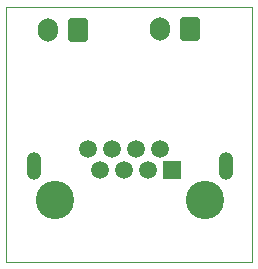
<source format=gbr>
G04 #@! TF.GenerationSoftware,KiCad,Pcbnew,(6.0.0)*
G04 #@! TF.CreationDate,2022-07-24T20:27:42-05:00*
G04 #@! TF.ProjectId,RJ45GoButton,524a3435-476f-4427-9574-746f6e2e6b69,rev?*
G04 #@! TF.SameCoordinates,Original*
G04 #@! TF.FileFunction,Copper,L1,Top*
G04 #@! TF.FilePolarity,Positive*
%FSLAX46Y46*%
G04 Gerber Fmt 4.6, Leading zero omitted, Abs format (unit mm)*
G04 Created by KiCad (PCBNEW (6.0.0)) date 2022-07-24 20:27:42*
%MOMM*%
%LPD*%
G01*
G04 APERTURE LIST*
G04 Aperture macros list*
%AMRoundRect*
0 Rectangle with rounded corners*
0 $1 Rounding radius*
0 $2 $3 $4 $5 $6 $7 $8 $9 X,Y pos of 4 corners*
0 Add a 4 corners polygon primitive as box body*
4,1,4,$2,$3,$4,$5,$6,$7,$8,$9,$2,$3,0*
0 Add four circle primitives for the rounded corners*
1,1,$1+$1,$2,$3*
1,1,$1+$1,$4,$5*
1,1,$1+$1,$6,$7*
1,1,$1+$1,$8,$9*
0 Add four rect primitives between the rounded corners*
20,1,$1+$1,$2,$3,$4,$5,0*
20,1,$1+$1,$4,$5,$6,$7,0*
20,1,$1+$1,$6,$7,$8,$9,0*
20,1,$1+$1,$8,$9,$2,$3,0*%
G04 Aperture macros list end*
G04 #@! TA.AperFunction,Profile*
%ADD10C,0.050000*%
G04 #@! TD*
G04 #@! TA.AperFunction,WasherPad*
%ADD11C,3.250000*%
G04 #@! TD*
G04 #@! TA.AperFunction,ComponentPad*
%ADD12R,1.500000X1.500000*%
G04 #@! TD*
G04 #@! TA.AperFunction,ComponentPad*
%ADD13C,1.500000*%
G04 #@! TD*
G04 #@! TA.AperFunction,ComponentPad*
%ADD14O,1.259000X2.362000*%
G04 #@! TD*
G04 #@! TA.AperFunction,ComponentPad*
%ADD15RoundRect,0.250000X0.600000X0.750000X-0.600000X0.750000X-0.600000X-0.750000X0.600000X-0.750000X0*%
G04 #@! TD*
G04 #@! TA.AperFunction,ComponentPad*
%ADD16O,1.700000X2.000000*%
G04 #@! TD*
G04 APERTURE END LIST*
D10*
X161190000Y-92530000D02*
X161200000Y-114160000D01*
X140410000Y-114160000D02*
X140410000Y-92530000D01*
X161200000Y-114160000D02*
X140410000Y-114160000D01*
X140410000Y-92530000D02*
X161190000Y-92530000D01*
D11*
X157229080Y-108922820D03*
X144529080Y-108922820D03*
D12*
X154428380Y-106382820D03*
D13*
X153408380Y-104602820D03*
X152398380Y-106382820D03*
X151378380Y-104602820D03*
X150368380Y-106382820D03*
X149348380Y-104602820D03*
X148338380Y-106382820D03*
X147318380Y-104602820D03*
D14*
X142749080Y-106020870D03*
X159009080Y-106020870D03*
D15*
X155940000Y-94400000D03*
D16*
X153440000Y-94400000D03*
D15*
X146450000Y-94490000D03*
D16*
X143950000Y-94490000D03*
M02*

</source>
